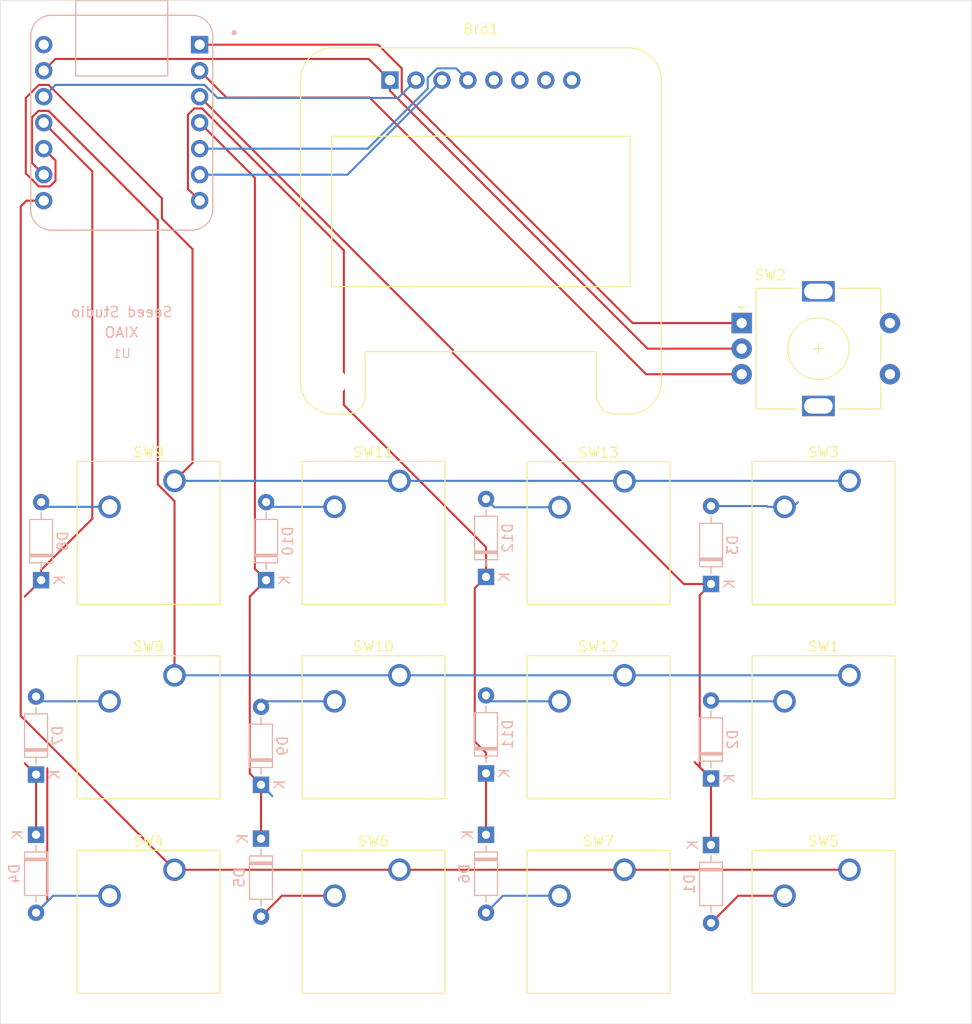
<source format=kicad_pcb>
(kicad_pcb (version 20240108) (generator "pcbnew") (generator_version "8.0")
  (layers (0 "F.Cu" signal) (31 "B.Cu" signal) (34 "B.Paste" user) (35 "F.Paste" user) (36 "B.SilkS" user "B.Silkscreen") (37 "F.SilkS" user "F.Silkscreen") (38 "B.Mask" user) (39 "F.Mask" user) (44 "Edge.Cuts" user))
  (net 0 "")
  (net 1 "Net-(U1-PA5_A9_D9_MISO)")
  (net 2 "GND")
  (net 3 "Net-(U1-PA7_A8_D8_SCK)")
  (net 4 "Net-(D1-A)")
  (net 5 "Net-(D1-K)")
  (net 6 "Net-(D2-A)")
  (net 7 "Net-(D3-A)")
  (net 8 "Net-(D4-A)")
  (net 9 "Net-(D4-K)")
  (net 10 "Net-(D10-K)")
  (net 11 "Net-(D5-A)")
  (net 12 "Net-(D11-K)")
  (net 13 "Net-(D6-A)")
  (net 14 "Net-(D7-A)")
  (net 15 "Net-(D8-A)")
  (net 16 "Net-(D9-A)")
  (net 17 "Net-(D10-A)")
  (net 18 "Net-(D11-A)")
  (net 19 "Net-(D12-A)")
  (net 20 "Net-(U1-PA4_A1_D1)")
  (net 21 "Net-(U1-PA02_A0_D0)")
  (net 22 "Net-(U1-PB09_A7_D7_RX)")
  (net 26 "Net-(Brd1-VCC)")
  (net 27 "Net-(Brd1-SCL)")
  (net 28 "Net-(Brd1-SDA)")
  (footprint "Custom:me" (layer "F.Cu") (at 204 65.5)
    (property "Reference" "G***" (hide yes))
    (property "Value" "LOGO" (hide yes))
    (fp_poly (pts (xy -5.189415 -4.915877) (xy -5.19723 -4.908062) (xy -5.205046 -4.915877) (xy -5.19723 -4.923693)) (fill solid) (layer "F.SilkS"))
    (fp_poly (pts (xy 7.283939 -4.728308) (xy 7.276123 -4.720493) (xy 7.268308 -4.728308) (xy 7.276123 -4.736123)) (fill solid) (layer "F.SilkS"))
    (fp_poly (pts (xy 14.661662 -0.195385) (xy 14.653846 -0.18757) (xy 14.646031 -0.195385) (xy 14.653846 -0.2032)) (fill solid) (layer "F.SilkS"))
  )
  (footprint "Button_Switch_Keyboard:SW_Cherry_MX_1.00u_PCB" (layer "F.Cu") (at 171.54 122.42)
    (property "Reference" "SW6" (at -2.54 -2.794 0) (layer "F.SilkS"))
    (property "Value" "SW_Push" (hide yes))
    (fp_line (start -9.525 -1.905) (end 4.445 -1.905) (stroke (width 0.12)) (layer "F.SilkS"))
    (fp_line (start -9.525 12.065) (end -9.525 -1.905) (stroke (width 0.12)) (layer "F.SilkS"))
    (fp_line (start 4.445 -1.905) (end 4.445 12.065) (stroke (width 0.12)) (layer "F.SilkS"))
    (fp_line (start 4.445 12.065) (end -9.525 12.065) (stroke (width 0.12)) (layer "F.SilkS"))
    (pad "" np_thru_hole circle (at -7.62 5.08) (size 1.7 1.7) (drill 1.7) (layers "*.Cu" "*.Mask"))
    (pad "" np_thru_hole circle (at -2.54 5.08) (size 4 4) (drill 4) (layers "*.Cu" "*.Mask"))
    (pad "" np_thru_hole circle (at 2.54 5.08) (size 1.7 1.7) (drill 1.7) (layers "*.Cu" "*.Mask"))
    (pad "1" thru_hole circle (at 0 0) (size 2.2 2.2) (drill 1.5) (layers "*.Cu" "*.Mask") (net 22 "Net-(U1-PB09_A7_D7_RX)"))
    (pad "2" thru_hole circle (at -6.35 2.54) (size 2.2 2.2) (drill 1.5) (layers "*.Cu" "*.Mask") (net 11 "Net-(D5-A)"))
  )
  (footprint "Button_Switch_Keyboard:SW_Cherry_MX_1.00u_PCB" (layer "F.Cu") (at 149.54 103.42)
    (property "Reference" "SW8" (at -2.54 -2.794 0) (layer "F.SilkS"))
    (property "Value" "SW_Push")
    (fp_line (start -9.525 -1.905) (end 4.445 -1.905) (stroke (width 0.12)) (layer "F.SilkS"))
    (fp_line (start -9.525 12.065) (end -9.525 -1.905) (stroke (width 0.12)) (layer "F.SilkS"))
    (fp_line (start 4.445 -1.905) (end 4.445 12.065) (stroke (width 0.12)) (layer "F.SilkS"))
    (fp_line (start 4.445 12.065) (end -9.525 12.065) (stroke (width 0.12)) (layer "F.SilkS"))
    (pad "" np_thru_hole circle (at -7.62 5.08) (size 1.7 1.7) (drill 1.7) (layers "*.Cu" "*.Mask"))
    (pad "" np_thru_hole circle (at -2.54 5.08) (size 4 4) (drill 4) (layers "*.Cu" "*.Mask"))
    (pad "" np_thru_hole circle (at 2.54 5.08) (size 1.7 1.7) (drill 1.7) (layers "*.Cu" "*.Mask"))
    (pad "1" thru_hole circle (at 0 0) (size 2.2 2.2) (drill 1.5) (layers "*.Cu" "*.Mask") (net 3 "Net-(U1-PA7_A8_D8_SCK)"))
    (pad "2" thru_hole circle (at -6.35 2.54) (size 2.2 2.2) (drill 1.5) (layers "*.Cu" "*.Mask") (net 14 "Net-(D7-A)"))
  )
  (footprint "Button_Switch_Keyboard:SW_Cherry_MX_1.00u_PCB" (layer "F.Cu") (at 193.54 103.42)
    (property "Reference" "SW12" (at -2.54 -2.794 0) (layer "F.SilkS"))
    (property "Value" "SW_Push")
    (fp_line (start -9.525 -1.905) (end 4.445 -1.905) (stroke (width 0.12)) (layer "F.SilkS"))
    (fp_line (start -9.525 12.065) (end -9.525 -1.905) (stroke (width 0.12)) (layer "F.SilkS"))
    (fp_line (start 4.445 -1.905) (end 4.445 12.065) (stroke (width 0.12)) (layer "F.SilkS"))
    (fp_line (start 4.445 12.065) (end -9.525 12.065) (stroke (width 0.12)) (layer "F.SilkS"))
    (pad "" np_thru_hole circle (at -7.62 5.08) (size 1.7 1.7) (drill 1.7) (layers "*.Cu" "*.Mask"))
    (pad "" np_thru_hole circle (at -2.54 5.08) (size 4 4) (drill 4) (layers "*.Cu" "*.Mask"))
    (pad "" np_thru_hole circle (at 2.54 5.08) (size 1.7 1.7) (drill 1.7) (layers "*.Cu" "*.Mask"))
    (pad "1" thru_hole circle (at 0 0) (size 2.2 2.2) (drill 1.5) (layers "*.Cu" "*.Mask") (net 3 "Net-(U1-PA7_A8_D8_SCK)"))
    (pad "2" thru_hole circle (at -6.35 2.54) (size 2.2 2.2) (drill 1.5) (layers "*.Cu" "*.Mask") (net 18 "Net-(D11-A)"))
  )
  (footprint "Button_Switch_Keyboard:SW_Cherry_MX_1.00u_PCB" (layer "F.Cu") (at 149.54 122.42)
    (property "Reference" "SW4" (at -2.54 -2.794 0) (layer "F.SilkS"))
    (property "Value" "SW_Push" (hide yes))
    (fp_line (start -9.525 -1.905) (end 4.445 -1.905) (stroke (width 0.12)) (layer "F.SilkS"))
    (fp_line (start -9.525 12.065) (end -9.525 -1.905) (stroke (width 0.12)) (layer "F.SilkS"))
    (fp_line (start 4.445 -1.905) (end 4.445 12.065) (stroke (width 0.12)) (layer "F.SilkS"))
    (fp_line (start 4.445 12.065) (end -9.525 12.065) (stroke (width 0.12)) (layer "F.SilkS"))
    (pad "" np_thru_hole circle (at -7.62 5.08) (size 1.7 1.7) (drill 1.7) (layers "*.Cu" "*.Mask"))
    (pad "" np_thru_hole circle (at -2.54 5.08) (size 4 4) (drill 4) (layers "*.Cu" "*.Mask"))
    (pad "" np_thru_hole circle (at 2.54 5.08) (size 1.7 1.7) (drill 1.7) (layers "*.Cu" "*.Mask"))
    (pad "1" thru_hole circle (at 0 0) (size 2.2 2.2) (drill 1.5) (layers "*.Cu" "*.Mask") (net 22 "Net-(U1-PB09_A7_D7_RX)"))
    (pad "2" thru_hole circle (at -6.35 2.54) (size 2.2 2.2) (drill 1.5) (layers "*.Cu" "*.Mask") (net 8 "Net-(D4-A)"))
  )
  (footprint "Button_Switch_Keyboard:SW_Cherry_MX_1.00u_PCB" (layer "F.Cu") (at 171.54 84.42)
    (property "Reference" "SW11" (at -2.54 -2.794 0) (layer "F.SilkS"))
    (property "Value" "SW_Push")
    (fp_line (start -9.525 -1.905) (end 4.445 -1.905) (stroke (width 0.12)) (layer "F.SilkS"))
    (fp_line (start -9.525 12.065) (end -9.525 -1.905) (stroke (width 0.12)) (layer "F.SilkS"))
    (fp_line (start 4.445 -1.905) (end 4.445 12.065) (stroke (width 0.12)) (layer "F.SilkS"))
    (fp_line (start 4.445 12.065) (end -9.525 12.065) (stroke (width 0.12)) (layer "F.SilkS"))
    (pad "" np_thru_hole circle (at -7.62 5.08) (size 1.7 1.7) (drill 1.7) (layers "*.Cu" "*.Mask"))
    (pad "" np_thru_hole circle (at -2.54 5.08) (size 4 4) (drill 4) (layers "*.Cu" "*.Mask"))
    (pad "" np_thru_hole circle (at 2.54 5.08) (size 1.7 1.7) (drill 1.7) (layers "*.Cu" "*.Mask"))
    (pad "1" thru_hole circle (at 0 0) (size 2.2 2.2) (drill 1.5) (layers "*.Cu" "*.Mask") (net 1 "Net-(U1-PA5_A9_D9_MISO)"))
    (pad "2" thru_hole circle (at -6.35 2.54) (size 2.2 2.2) (drill 1.5) (layers "*.Cu" "*.Mask") (net 17 "Net-(D10-A)"))
  )
  (footprint "Rotary_Encoder:RotaryEncoder_Alps_EC11E-Switch_Vertical_H20mm" (layer "F.Cu") (at 205 69)
    (property "Reference" "SW2" (at 2.8 -4.7 0) (layer "F.SilkS"))
    (property "Value" "RotaryEncoder_Switch")
    (fp_line (start -0.3 -1.6) (end 0.3 -1.6) (stroke (width 0.12)) (layer "F.SilkS"))
    (fp_line (start 0 -1.3) (end -0.3 -1.6) (stroke (width 0.12)) (layer "F.SilkS"))
    (fp_line (start 0.3 -1.6) (end 0 -1.3) (stroke (width 0.12)) (layer "F.SilkS"))
    (fp_line (start 1.4 -3.4) (end 1.4 8.4) (stroke (width 0.12)) (layer "F.SilkS"))
    (fp_line (start 5.5 -3.4) (end 1.4 -3.4) (stroke (width 0.12)) (layer "F.SilkS"))
    (fp_line (start 5.5 8.4) (end 1.4 8.4) (stroke (width 0.12)) (layer "F.SilkS"))
    (fp_line (start 7 2.5) (end 8 2.5) (stroke (width 0.12)) (layer "F.SilkS"))
    (fp_line (start 7.5 2) (end 7.5 3) (stroke (width 0.12)) (layer "F.SilkS"))
    (fp_line (start 9.5 -3.4) (end 13.6 -3.4) (stroke (width 0.12)) (layer "F.SilkS"))
    (fp_line (start 13.6 -3.4) (end 13.6 -1) (stroke (width 0.12)) (layer "F.SilkS"))
    (fp_line (start 13.6 1.2) (end 13.6 3.8) (stroke (width 0.12)) (layer "F.SilkS"))
    (fp_line (start 13.6 6) (end 13.6 8.4) (stroke (width 0.12)) (layer "F.SilkS"))
    (fp_line (start 13.6 8.4) (end 9.5 8.4) (stroke (width 0.12)) (layer "F.SilkS"))
    (fp_circle (center 7.5 2.5) (end 10.5 2.5) (stroke (width 0.12)) (fill none) (layer "F.SilkS"))
    (pad "A" thru_hole rect (at 0 0) (size 2 2) (drill 1) (layers "*.Cu" "*.Mask") (net 21 "Net-(U1-PA02_A0_D0)"))
    (pad "B" thru_hole circle (at 0 5) (size 2 2) (drill 1) (layers "*.Cu" "*.Mask") (net 20 "Net-(U1-PA4_A1_D1)"))
    (pad "C" thru_hole circle (at 0 2.5) (size 2 2) (drill 1) (layers "*.Cu" "*.Mask") (net 2 "GND"))
    (pad "MP" thru_hole rect (at 7.5 -3.1) (size 3.2 2) (drill oval 2.8 1.5) (layers "*.Cu" "*.Mask"))
    (pad "MP" thru_hole rect (at 7.5 8.1) (size 3.2 2) (drill oval 2.8 1.5) (layers "*.Cu" "*.Mask"))
    (pad "S1" thru_hole circle (at 14.5 5) (size 2 2) (drill 1) (layers "*.Cu" "*.Mask"))
    (pad "S2" thru_hole circle (at 14.5 0) (size 2 2) (drill 1) (layers "*.Cu" "*.Mask"))
  )
  (footprint "Button_Switch_Keyboard:SW_Cherry_MX_1.00u_PCB" (layer "F.Cu") (at 215.54 84.42)
    (property "Reference" "SW3" (at -2.54 -2.794 0) (layer "F.SilkS"))
    (property "Value" "SW_Push")
    (fp_line (start -9.525 -1.905) (end 4.445 -1.905) (stroke (width 0.12)) (layer "F.SilkS"))
    (fp_line (start -9.525 12.065) (end -9.525 -1.905) (stroke (width 0.12)) (layer "F.SilkS"))
    (fp_line (start 4.445 -1.905) (end 4.445 12.065) (stroke (width 0.12)) (layer "F.SilkS"))
    (fp_line (start 4.445 12.065) (end -9.525 12.065) (stroke (width 0.12)) (layer "F.SilkS"))
    (pad "" np_thru_hole circle (at -7.62 5.08) (size 1.7 1.7) (drill 1.7) (layers "*.Cu" "*.Mask"))
    (pad "" np_thru_hole circle (at -2.54 5.08) (size 4 4) (drill 4) (layers "*.Cu" "*.Mask"))
    (pad "" np_thru_hole circle (at 2.54 5.08) (size 1.7 1.7) (drill 1.7) (layers "*.Cu" "*.Mask"))
    (pad "1" thru_hole circle (at 0 0) (size 2.2 2.2) (drill 1.5) (layers "*.Cu" "*.Mask") (net 1 "Net-(U1-PA5_A9_D9_MISO)"))
    (pad "2" thru_hole circle (at -6.35 2.54) (size 2.2 2.2) (drill 1.5) (layers "*.Cu" "*.Mask") (net 7 "Net-(D3-A)"))
  )
  (footprint "Display:Adafruit_SSD1306" (layer "F.Cu") (at 170.61 45.265)
    (property "Reference" "Brd1" (at 8.89 -5 0) (layer "F.SilkS"))
    (property "Value" "SSD1306")
    (fp_line (start -8.746 0) (end -8.746 29.464) (stroke (width 0.12)) (layer "F.SilkS"))
    (fp_line (start -5.698 5.478) (end -5.698 20.176) (stroke (width 0.12)) (layer "F.SilkS"))
    (fp_line (start -5.698 5.478) (end 23.478 5.478) (stroke (width 0.12)) (layer "F.SilkS"))
    (fp_line (start -5.698 20.176) (end 23.478 20.176) (stroke (width 0.12)) (layer "F.SilkS"))
    (fp_line (start -4.238 32.622) (end -5.59 32.622) (stroke (width 0.12)) (layer "F.SilkS"))
    (fp_line (start -2.43 26.526) (end -2.43 30.814) (stroke (width 0.12)) (layer "F.SilkS"))
    (fp_line (start -2.43 26.526) (end 20.21 26.526) (stroke (width 0.12)) (layer "F.SilkS"))
    (fp_line (start 20.21 26.526) (end 20.21 30.814) (stroke (width 0.12)) (layer "F.SilkS"))
    (fp_line (start 22.018 32.622) (end 23.37 32.622) (stroke (width 0.12)) (layer "F.SilkS"))
    (fp_line (start 23.368 -3.158) (end -5.588 -3.158) (stroke (width 0.12)) (layer "F.SilkS"))
    (fp_line (start 23.478 5.478) (end 23.478 20.176) (stroke (width 0.12)) (layer "F.SilkS"))
    (fp_line (start 26.526 0) (end 26.526 29.464) (stroke (width 0.12)) (layer "F.SilkS"))
    (fp_arc (start -8.746 0) (mid -7.821043 -2.233043) (end -5.588 -3.158) (stroke (width 0.12)) (layer "F.SilkS"))
    (fp_arc (start -5.588 32.622) (mid -7.821043 31.697043) (end -8.746 29.464) (stroke (width 0.12)) (layer "F.SilkS"))
    (fp_arc (start -2.43 30.812) (mid -2.958137 32.091035) (end -4.236 32.622) (stroke (width 0.12)) (layer "F.SilkS"))
    (fp_arc (start 22.016 32.622) (mid 20.738137 32.091035) (end 20.21 30.812) (stroke (width 0.12)) (layer "F.SilkS"))
    (fp_arc (start 23.368 -3.158) (mid 25.601043 -2.233043) (end 26.526 0) (stroke (width 0.12)) (layer "F.SilkS"))
    (fp_arc (start 26.526 29.464) (mid 25.601043 31.697043) (end 23.368 32.622) (stroke (width 0.12)) (layer "F.SilkS"))
    (pad "" np_thru_hole circle (at -5.588 0) (size 2.7 2.7) (drill 2.7) (layers "*.Cu" "*.Mask"))
    (pad "" np_thru_hole circle (at -5.588 29.464) (size 2.7 2.7) (drill 2.7) (layers "*.Cu" "*.Mask"))
    (pad "" np_thru_hole circle (at 23.368 0) (size 2.7 2.7) (drill 2.7) (layers "*.Cu" "*.Mask"))
    (pad "" np_thru_hole circle (at 23.368 29.464) (size 2.7 2.7) (drill 2.7) (layers "*.Cu" "*.Mask"))
    (pad "1" thru_hole rect (at 0 0) (size 1.7 1.7) (drill 1) (layers "*.Cu" "*.Mask") (net 2 "GND"))
    (pad "2" thru_hole circle (at 2.54 0) (size 1.7 1.7) (drill 1) (layers "*.Cu" "*.Mask") (net 26 "Net-(Brd1-VCC)"))
    (pad "3" thru_hole circle (at 5.08 0) (size 1.7 1.7) (drill 1) (layers "*.Cu" "*.Mask") (net 27 "Net-(Brd1-SCL)"))
    (pad "4" thru_hole circle (at 7.62 0) (size 1.7 1.7) (drill 1) (layers "*.Cu" "*.Mask") (net 28 "Net-(Brd1-SDA)"))
    (pad "5" thru_hole circle (at 10.16 0) (size 1.7 1.7) (drill 1) (layers "*.Cu" "*.Mask"))
    (pad "6" thru_hole circle (at 12.7 0) (size 1.7 1.7) (drill 1) (layers "*.Cu" "*.Mask"))
    (pad "7" thru_hole circle (at 15.24 0) (size 1.7 1.7) (drill 1) (layers "*.Cu" "*.Mask"))
    (pad "8" thru_hole circle (at 17.78 0) (size 1.7 1.7) (drill 1) (layers "*.Cu" "*.Mask"))
  )
  (footprint "Button_Switch_Keyboard:SW_Cherry_MX_1.00u_PCB" (layer "F.Cu") (at 149.54 84.42)
    (property "Reference" "SW9" (at -2.54 -2.794 0) (layer "F.SilkS"))
    (property "Value" "SW_Push")
    (fp_line (start -9.525 -1.905) (end 4.445 -1.905) (stroke (width 0.12)) (layer "F.SilkS"))
    (fp_line (start -9.525 12.065) (end -9.525 -1.905) (stroke (width 0.12)) (layer "F.SilkS"))
    (fp_line (start 4.445 -1.905) (end 4.445 12.065) (stroke (width 0.12)) (layer "F.SilkS"))
    (fp_line (start 4.445 12.065) (end -9.525 12.065) (stroke (width 0.12)) (layer "F.SilkS"))
    (pad "" np_thru_hole circle (at -7.62 5.08) (size 1.7 1.7) (drill 1.7) (layers "*.Cu" "*.Mask"))
    (pad "" np_thru_hole circle (at -2.54 5.08) (size 4 4) (drill 4) (layers "*.Cu" "*.Mask"))
    (pad "" np_thru_hole circle (at 2.54 5.08) (size 1.7 1.7) (drill 1.7) (layers "*.Cu" "*.Mask"))
    (pad "1" thru_hole circle (at 0 0) (size 2.2 2.2) (drill 1.5) (layers "*.Cu" "*.Mask") (net 1 "Net-(U1-PA5_A9_D9_MISO)"))
    (pad "2" thru_hole circle (at -6.35 2.54) (size 2.2 2.2) (drill 1.5) (layers "*.Cu" "*.Mask") (net 15 "Net-(D8-A)"))
  )
  (footprint "Button_Switch_Keyboard:SW_Cherry_MX_1.00u_PCB" (layer "F.Cu") (at 215.54 122.42)
    (property "Reference" "SW5" (at -2.54 -2.794 0) (layer "F.SilkS"))
    (property "Value" "SW_Push")
    (fp_line (start -9.525 -1.905) (end 4.445 -1.905) (stroke (width 0.12)) (layer "F.SilkS"))
    (fp_line (start -9.525 12.065) (end -9.525 -1.905) (stroke (width 0.12)) (layer "F.SilkS"))
    (fp_line (start 4.445 -1.905) (end 4.445 12.065) (stroke (width 0.12)) (layer "F.SilkS"))
    (fp_line (start 4.445 12.065) (end -9.525 12.065) (stroke (width 0.12)) (layer "F.SilkS"))
    (pad "" np_thru_hole circle (at -7.62 5.08) (size 1.7 1.7) (drill 1.7) (layers "*.Cu" "*.Mask"))
    (pad "" np_thru_hole circle (at -2.54 5.08) (size 4 4) (drill 4) (layers "*.Cu" "*.Mask"))
    (pad "" np_thru_hole circle (at 2.54 5.08) (size 1.7 1.7) (drill 1.7) (layers "*.Cu" "*.Mask"))
    (pad "1" thru_hole circle (at 0 0) (size 2.2 2.2) (drill 1.5) (layers "*.Cu" "*.Mask") (net 22 "Net-(U1-PB09_A7_D7_RX)"))
    (pad "2" thru_hole circle (at -6.35 2.54) (size 2.2 2.2) (drill 1.5) (layers "*.Cu" "*.Mask") (net 4 "Net-(D1-A)"))
  )
  (footprint "Button_Switch_Keyboard:SW_Cherry_MX_1.00u_PCB" (layer "F.Cu") (at 193.54 122.42)
    (property "Reference" "SW7" (at -2.54 -2.794 0) (layer "F.SilkS"))
    (property "Value" "SW_Push")
    (fp_line (start -9.525 -1.905) (end 4.445 -1.905) (stroke (width 0.12)) (layer "F.SilkS"))
    (fp_line (start -9.525 12.065) (end -9.525 -1.905) (stroke (width 0.12)) (layer "F.SilkS"))
    (fp_line (start 4.445 -1.905) (end 4.445 12.065) (stroke (width 0.12)) (layer "F.SilkS"))
    (fp_line (start 4.445 12.065) (end -9.525 12.065) (stroke (width 0.12)) (layer "F.SilkS"))
    (pad "" np_thru_hole circle (at -7.62 5.08) (size 1.7 1.7) (drill 1.7) (layers "*.Cu" "*.Mask"))
    (pad "" np_thru_hole circle (at -2.54 5.08) (size 4 4) (drill 4) (layers "*.Cu" "*.Mask"))
    (pad "" np_thru_hole circle (at 2.54 5.08) (size 1.7 1.7) (drill 1.7) (layers "*.Cu" "*.Mask"))
    (pad "1" thru_hole circle (at 0 0) (size 2.2 2.2) (drill 1.5) (layers "*.Cu" "*.Mask") (net 22 "Net-(U1-PB09_A7_D7_RX)"))
    (pad "2" thru_hole circle (at -6.35 2.54) (size 2.2 2.2) (drill 1.5) (layers "*.Cu" "*.Mask") (net 13 "Net-(D6-A)"))
  )
  (footprint "Button_Switch_Keyboard:SW_Cherry_MX_1.00u_PCB" (layer "F.Cu") (at 215.54 103.42)
    (property "Reference" "SW1" (at -2.54 -2.794 0) (layer "F.SilkS"))
    (property "Value" "SW_Push")
    (fp_line (start -9.525 -1.905) (end 4.445 -1.905) (stroke (width 0.12)) (layer "F.SilkS"))
    (fp_line (start -9.525 12.065) (end -9.525 -1.905) (stroke (width 0.12)) (layer "F.SilkS"))
    (fp_line (start 4.445 -1.905) (end 4.445 12.065) (stroke (width 0.12)) (layer "F.SilkS"))
    (fp_line (start 4.445 12.065) (end -9.525 12.065) (stroke (width 0.12)) (layer "F.SilkS"))
    (pad "" np_thru_hole circle (at -7.62 5.08) (size 1.7 1.7) (drill 1.7) (layers "*.Cu" "*.Mask"))
    (pad "" np_thru_hole circle (at -2.54 5.08) (size 4 4) (drill 4) (layers "*.Cu" "*.Mask"))
    (pad "" np_thru_hole circle (at 2.54 5.08) (size 1.7 1.7) (drill 1.7) (layers "*.Cu" "*.Mask"))
    (pad "1" thru_hole circle (at 0 0) (size 2.2 2.2) (drill 1.5) (layers "*.Cu" "*.Mask") (net 3 "Net-(U1-PA7_A8_D8_SCK)"))
    (pad "2" thru_hole circle (at -6.35 2.54) (size 2.2 2.2) (drill 1.5) (layers "*.Cu" "*.Mask") (net 6 "Net-(D2-A)"))
  )
  (footprint "Button_Switch_Keyboard:SW_Cherry_MX_1.00u_PCB" (layer "F.Cu") (at 193.54 84.46)
    (property "Reference" "SW13" (at -2.54 -2.794 0) (layer "F.SilkS"))
    (property "Value" "SW_Push")
    (fp_line (start -9.525 -1.905) (end 4.445 -1.905) (stroke (width 0.12)) (layer "F.SilkS"))
    (fp_line (start -9.525 12.065) (end -9.525 -1.905) (stroke (width 0.12)) (layer "F.SilkS"))
    (fp_line (start 4.445 -1.905) (end 4.445 12.065) (stroke (width 0.12)) (layer "F.SilkS"))
    (fp_line (start 4.445 12.065) (end -9.525 12.065) (stroke (width 0.12)) (layer "F.SilkS"))
    (pad "" np_thru_hole circle (at -7.62 5.08) (size 1.7 1.7) (drill 1.7) (layers "*.Cu" "*.Mask"))
    (pad "" np_thru_hole circle (at -2.54 5.08) (size 4 4) (drill 4) (layers "*.Cu" "*.Mask"))
    (pad "" np_thru_hole circle (at 2.54 5.08) (size 1.7 1.7) (drill 1.7) (layers "*.Cu" "*.Mask"))
    (pad "1" thru_hole circle (at 0 0) (size 2.2 2.2) (drill 1.5) (layers "*.Cu" "*.Mask") (net 1 "Net-(U1-PA5_A9_D9_MISO)"))
    (pad "2" thru_hole circle (at -6.35 2.54) (size 2.2 2.2) (drill 1.5) (layers "*.Cu" "*.Mask") (net 19 "Net-(D12-A)"))
  )
  (footprint "Button_Switch_Keyboard:SW_Cherry_MX_1.00u_PCB" (layer "F.Cu") (at 171.54 103.42)
    (property "Reference" "SW10" (at -2.54 -2.794 0) (layer "F.SilkS"))
    (property "Value" "SW_Push")
    (fp_line (start -9.525 -1.905) (end 4.445 -1.905) (stroke (width 0.12)) (layer "F.SilkS"))
    (fp_line (start -9.525 12.065) (end -9.525 -1.905) (stroke (width 0.12)) (layer "F.SilkS"))
    (fp_line (start 4.445 -1.905) (end 4.445 12.065) (stroke (width 0.12)) (layer "F.SilkS"))
    (fp_line (start 4.445 12.065) (end -9.525 12.065) (stroke (width 0.12)) (layer "F.SilkS"))
    (pad "" np_thru_hole circle (at -7.62 5.08) (size 1.7 1.7) (drill 1.7) (layers "*.Cu" "*.Mask"))
    (pad "" np_thru_hole circle (at -2.54 5.08) (size 4 4) (drill 4) (layers "*.Cu" "*.Mask"))
    (pad "" np_thru_hole circle (at 2.54 5.08) (size 1.7 1.7) (drill 1.7) (layers "*.Cu" "*.Mask"))
    (pad "1" thru_hole circle (at 0 0) (size 2.2 2.2) (drill 1.5) (layers "*.Cu" "*.Mask") (net 3 "Net-(U1-PA7_A8_D8_SCK)"))
    (pad "2" thru_hole circle (at -6.35 2.54) (size 2.2 2.2) (drill 1.5) (layers "*.Cu" "*.Mask") (net 16 "Net-(D9-A)"))
  )
  (footprint "Diode_THT:D_DO-35_SOD27_P7.62mm_Horizontal" (layer "B.Cu") (at 136 119 -90)
    (property "Reference" "D4" (at 3.81 2.12 90) (layer "B.SilkS") (effects (justify mirror)))
    (property "Value" "1N4148")
    (fp_line (start 1.69 1.12) (end 5.93 1.12) (stroke (width 0.12)) (layer "B.SilkS"))
    (fp_line (start 5.93 1.12) (end 5.93 -1.12) (stroke (width 0.12)) (layer "B.SilkS"))
    (fp_line (start 1.69 0) (end 1.04 0) (stroke (width 0.12)) (layer "B.SilkS"))
    (fp_line (start 5.93 0) (end 6.58 0) (stroke (width 0.12)) (layer "B.SilkS"))
    (fp_line (start 1.69 -1.12) (end 1.69 1.12) (stroke (width 0.12)) (layer "B.SilkS"))
    (fp_line (start 2.29 -1.12) (end 2.29 1.12) (stroke (width 0.12)) (layer "B.SilkS"))
    (fp_line (start 2.41 -1.12) (end 2.41 1.12) (stroke (width 0.12)) (layer "B.SilkS"))
    (fp_line (start 2.53 -1.12) (end 2.53 1.12) (stroke (width 0.12)) (layer "B.SilkS"))
    (fp_line (start 5.93 -1.12) (end 1.69 -1.12) (stroke (width 0.12)) (layer "B.SilkS"))
    (fp_text user "K" (at 0 1.8 90) (layer "B.SilkS") (effects (justify mirror)))
    (pad "1" thru_hole rect (at 0 0 270) (size 1.6 1.6) (drill 0.8) (layers "*.Cu" "*.Mask") (net 9 "Net-(D4-K)"))
    (pad "2" thru_hole oval (at 7.62 0 270) (size 1.6 1.6) (drill 0.8) (layers "*.Cu" "*.Mask") (net 8 "Net-(D4-A)"))
  )
  (footprint "OPL_Kicad_Library-master:XIAO-Generic-Thruhole-14P-2.54-21X17.8MM" (layer "B.Cu") (at 144.375 49.42 180)
    (property "Reference" "U1" (at 0 -22.54 0) (layer "B.SilkS") (effects (font (size 0.889 0.889) (thickness 0.1016)) (justify mirror)))
    (property "Value" "Seeed Studio XIAO SAMD21" (hide yes))
    (fp_line (start 8.9 8.5) (end 8.9 -8.5) (stroke (width 0.127)) (layer "B.SilkS"))
    (fp_line (start 6.9 -10.5) (end -6.9 -10.5) (stroke (width 0.127)) (layer "B.SilkS"))
    (fp_line (start 4.5 11.92403) (end -4.5 11.92403) (stroke (width 0.127)) (layer "B.SilkS"))
    (fp_line (start 4.5 4.57073) (end 4.5 11.92403) (stroke (width 0.127)) (layer "B.SilkS"))
    (fp_line (start -4.5 11.92403) (end -4.5 4.57073) (stroke (width 0.127)) (layer "B.SilkS"))
    (fp_line (start -4.5 4.57073) (end 4.5 4.57073) (stroke (width 0.127)) (layer "B.SilkS"))
    (fp_line (start -6.9 10.49909) (end 6.9 10.49909) (stroke (width 0.127)) (layer "B.SilkS"))
    (fp_line (start -8.9 -8.5) (end -8.9 8.5) (stroke (width 0.127)) (layer "B.SilkS"))
    (fp_arc (start 8.9 8.5) (mid 8.301492 9.901492) (end 6.9 10.5) (stroke (width 0.12)) (layer "B.SilkS"))
    (fp_arc (start 6.9 -10.5) (mid 8.314214 -9.914214) (end 8.9 -8.5) (stroke (width 0.12)) (layer "B.SilkS"))
    (fp_arc (start -6.9 10.5) (mid -8.301491 9.901491) (end -8.9 8.5) (stroke (width 0.12)) (layer "B.SilkS"))
    (fp_arc (start -8.9 -8.5) (mid -8.301423 -9.901423) (end -6.9 -10.5) (stroke (width 0.12)) (layer "B.SilkS"))
    (fp_circle (center -11 8.8) (end -11 9.054) (fill solid) (layer "B.SilkS"))
    (fp_poly (pts (xy -8.887715 8.561705) (xy -8.884667 8.610473) (xy -8.880603 8.659494)) (stroke (width 0.0254)) (fill none) (layer "B.SilkS"))
    (fp_poly (pts (xy 8.889492 -8.521574) (xy 8.887713 -8.57085) (xy 8.884665 -8.619618) (xy 8.880601 -8.668639) (xy 8.875268 -8.717407) (xy 8.868664 -8.766175) (xy 8.861044 -8.81469) (xy 8.852153 -8.86295) (xy 8.842248 -8.910955)) (stroke (width 0.0254)) (fill none) (layer "B.SilkS"))
    (fp_text user "Seeed Studio" (at 0 -18.5 0) (layer "B.SilkS") (effects (justify mirror)))
    (fp_text user "XIAO" (at 0 -20.5 0) (layer "B.SilkS") (effects (justify mirror)))
    (pad "1" thru_hole rect (at -7.625 7.62 180) (size 1.7 1.7) (drill 1) (layers "*.Cu" "*.Mask") (net 21 "Net-(U1-PA02_A0_D0)"))
    (pad "2" thru_hole circle (at -7.625 5.08 180) (size 1.7 1.7) (drill 1) (layers "*.Cu" "*.Mask") (net 20 "Net-(U1-PA4_A1_D1)"))
    (pad "3" thru_hole circle (at -7.625 2.54 180) (size 1.7 1.7) (drill 1) (layers "*.Cu" "*.Mask") (net 5 "Net-(D1-K)"))
    (pad "4" thru_hole circle (at -7.625 0 180) (size 1.7 1.7) (drill 1) (layers "*.Cu" "*.Mask") (net 10 "Net-(D10-K)"))
    (pad "5" thru_hole circle (at -7.625 -2.54 180) (size 1.7 1.7) (drill 1) (layers "*.Cu" "*.Mask") (net 28 "Net-(Brd1-SDA)"))
    (pad "6" thru_hole circle (at -7.625 -5.08) (size 1.7 1.7) (drill 1) (layers "*.Cu" "*.Mask") (net 27 "Net-(Brd1-SCL)"))
    (pad "7" thru_hole circle (at -7.625 -7.62 180) (size 1.7 1.7) (drill 1) (layers "*.Cu" "*.Mask") (net 12 "Net-(D11-K)"))
    (pad "8" thru_hole circle (at 7.625 -7.62 180) (size 1.7 1.7) (drill 1) (layers "*.Cu" "*.Mask") (net 22 "Net-(U1-PB09_A7_D7_RX)"))
    (pad "9" thru_hole circle (at 7.625 -5.08 180) (size 1.7 1.7) (drill 1) (layers "*.Cu" "*.Mask") (net 3 "Net-(U1-PA7_A8_D8_SCK)"))
    (pad "10" thru_hole circle (at 7.625 -2.54 180) (size 1.7 1.7) (drill 1) (layers "*.Cu" "*.Mask") (net 1 "Net-(U1-PA5_A9_D9_MISO)"))
    (pad "11" thru_hole circle (at 7.625 0 180) (size 1.7 1.7) (drill 1) (layers "*.Cu" "*.Mask") (net 9 "Net-(D4-K)"))
    (pad "12" thru_hole circle (at 7.625 2.54 180) (size 1.7 1.7) (drill 1) (layers "*.Cu" "*.Mask") (net 26 "Net-(Brd1-VCC)"))
    (pad "13" thru_hole circle (at 7.625 5.08 180) (size 1.7 1.7) (drill 1) (layers "*.Cu" "*.Mask") (net 2 "GND"))
    (pad "14" thru_hole circle (at 7.625 7.62 180) (size 1.7 1.7) (drill 1) (layers "*.Cu" "*.Mask"))
  )
  (footprint "Diode_THT:D_DO-35_SOD27_P7.62mm_Horizontal" (layer "B.Cu") (at 202 94.5 90)
    (property "Reference" "D3" (at 3.81 2.12 90) (layer "B.SilkS") (effects (justify mirror)))
    (property "Value" "1N4148")
    (fp_line (start 5.93 -1.12) (end 1.69 -1.12) (stroke (width 0.12)) (layer "B.SilkS"))
    (fp_line (start 2.53 -1.12) (end 2.53 1.12) (stroke (width 0.12)) (layer "B.SilkS"))
    (fp_line (start 2.41 -1.12) (end 2.41 1.12) (stroke (width 0.12)) (layer "B.SilkS"))
    (fp_line (start 2.29 -1.12) (end 2.29 1.12) (stroke (width 0.12)) (layer "B.SilkS"))
    (fp_line (start 1.69 -1.12) (end 1.69 1.12) (stroke (width 0.12)) (layer "B.SilkS"))
    (fp_line (start 5.93 0) (end 6.58 0) (stroke (width 0.12)) (layer "B.SilkS"))
    (fp_line (start 1.69 0) (end 1.04 0) (stroke (width 0.12)) (layer "B.SilkS"))
    (fp_line (start 5.93 1.12) (end 5.93 -1.12) (stroke (width 0.12)) (layer "B.SilkS"))
    (fp_line (start 1.69 1.12) (end 5.93 1.12) (stroke (width 0.12)) (layer "B.SilkS"))
    (fp_text user "K" (at 0 1.8 90) (layer "B.SilkS") (effects (justify mirror)))
    (pad "1" thru_hole rect (at 0 0 90) (size 1.6 1.6) (drill 0.8) (layers "*.Cu" "*.Mask") (net 5 "Net-(D1-K)"))
    (pad "2" thru_hole oval (at 7.62 0 90) (size 1.6 1.6) (drill 0.8) (layers "*.Cu" "*.Mask") (net 7 "Net-(D3-A)"))
  )
  (footprint "Diode_THT:D_DO-35_SOD27_P7.62mm_Horizontal" (layer "B.Cu") (at 180 93.81 90)
    (property "Reference" "D12" (at 3.81 2.12 90) (layer "B.SilkS") (effects (justify mirror)))
    (property "Value" "1N4148")
    (fp_line (start 5.93 -1.12) (end 1.69 -1.12) (stroke (width 0.12)) (layer "B.SilkS"))
    (fp_line (start 2.53 -1.12) (end 2.53 1.12) (stroke (width 0.12)) (layer "B.SilkS"))
    (fp_line (start 2.41 -1.12) (end 2.41 1.12) (stroke (width 0.12)) (layer "B.SilkS"))
    (fp_line (start 2.29 -1.12) (end 2.29 1.12) (stroke (width 0.12)) (layer "B.SilkS"))
    (fp_line (start 1.69 -1.12) (end 1.69 1.12) (stroke (width 0.12)) (layer "B.SilkS"))
    (fp_line (start 5.93 0) (end 6.58 0) (stroke (width 0.12)) (layer "B.SilkS"))
    (fp_line (start 1.69 0) (end 1.04 0) (stroke (width 0.12)) (layer "B.SilkS"))
    (fp_line (start 5.93 1.12) (end 5.93 -1.12) (stroke (width 0.12)) (layer "B.SilkS"))
    (fp_line (start 1.69 1.12) (end 5.93 1.12) (stroke (width 0.12)) (layer "B.SilkS"))
    (fp_text user "K" (at 0 1.8 90) (layer "B.SilkS") (effects (justify mirror)))
    (pad "1" thru_hole rect (at 0 0 90) (size 1.6 1.6) (drill 0.8) (layers "*.Cu" "*.Mask") (net 12 "Net-(D11-K)"))
    (pad "2" thru_hole oval (at 7.62 0 90) (size 1.6 1.6) (drill 0.8) (layers "*.Cu" "*.Mask") (net 19 "Net-(D12-A)"))
  )
  (footprint "Diode_THT:D_DO-35_SOD27_P7.62mm_Horizontal" (layer "B.Cu") (at 136 113.12 90)
    (property "Reference" "D7" (at 3.81 2.12 90) (layer "B.SilkS") (effects (justify mirror)))
    (property "Value" "1N4148")
    (fp_line (start 5.93 -1.12) (end 1.69 -1.12) (stroke (width 0.12)) (layer "B.SilkS"))
    (fp_line (start 2.53 -1.12) (end 2.53 1.12) (stroke (width 0.12)) (layer "B.SilkS"))
    (fp_line (start 2.41 -1.12) (end 2.41 1.12) (stroke (width 0.12)) (layer "B.SilkS"))
    (fp_line (start 2.29 -1.12) (end 2.29 1.12) (stroke (width 0.12)) (layer "B.SilkS"))
    (fp_line (start 1.69 -1.12) (end 1.69 1.12) (stroke (width 0.12)) (layer "B.SilkS"))
    (fp_line (start 5.93 0) (end 6.58 0) (stroke (width 0.12)) (layer "B.SilkS"))
    (fp_line (start 1.69 0) (end 1.04 0) (stroke (width 0.12)) (layer "B.SilkS"))
    (fp_line (start 5.93 1.12) (end 5.93 -1.12) (stroke (width 0.12)) (layer "B.SilkS"))
    (fp_line (start 1.69 1.12) (end 5.93 1.12) (stroke (width 0.12)) (layer "B.SilkS"))
    (fp_text user "K" (at 0 1.8 90) (layer "B.SilkS") (effects (justify mirror)))
    (pad "1" thru_hole rect (at 0 0 90) (size 1.6 1.6) (drill 0.8) (layers "*.Cu" "*.Mask") (net 9 "Net-(D4-K)"))
    (pad "2" thru_hole oval (at 7.62 0 90) (size 1.6 1.6) (drill 0.8) (layers "*.Cu" "*.Mask") (net 14 "Net-(D7-A)"))
  )
  (footprint "Diode_THT:D_DO-35_SOD27_P7.62mm_Horizontal" (layer "B.Cu") (at 202 113.5 90)
    (property "Reference" "D2" (at 3.81 2.12 90) (layer "B.SilkS") (effects (justify mirror)))
    (property "Value" "1N4148")
    (fp_line (start 5.93 -1.12) (end 1.69 -1.12) (stroke (width 0.12)) (layer "B.SilkS"))
    (fp_line (start 2.53 -1.12) (end 2.53 1.12) (stroke (width 0.12)) (layer "B.SilkS"))
    (fp_line (start 2.41 -1.12) (end 2.41 1.12) (stroke (width 0.12)) (layer "B.SilkS"))
    (fp_line (start 2.29 -1.12) (end 2.29 1.12) (stroke (width 0.12)) (layer "B.SilkS"))
    (fp_line (start 1.69 -1.12) (end 1.69 1.12) (stroke (width 0.12)) (layer "B.SilkS"))
    (fp_line (start 5.93 0) (end 6.58 0) (stroke (width 0.12)) (layer "B.SilkS"))
    (fp_line (start 1.69 0) (end 1.04 0) (stroke (width 0.12)) (layer "B.SilkS"))
    (fp_line (start 5.93 1.12) (end 5.93 -1.12) (stroke (width 0.12)) (layer "B.SilkS"))
    (fp_line (start 1.69 1.12) (end 5.93 1.12) (stroke (width 0.12)) (layer "B.SilkS"))
    (fp_text user "K" (at 0 1.8 90) (layer "B.SilkS") (effects (justify mirror)))
    (pad "1" thru_hole rect (at 0 0 90) (size 1.6 1.6) (drill 0.8) (layers "*.Cu" "*.Mask") (net 5 "Net-(D1-K)"))
    (pad "2" thru_hole oval (at 7.62 0 90) (size 1.6 1.6) (drill 0.8) (layers "*.Cu" "*.Mask") (net 6 "Net-(D2-A)"))
  )
  (footprint "Diode_THT:D_DO-35_SOD27_P7.62mm_Horizontal" (layer "B.Cu") (at 136.5 94.12 90)
    (property "Reference" "D8" (at 3.81 2.12 90) (layer "B.SilkS") (effects (justify mirror)))
    (property "Value" "1N4148")
    (fp_line (start 5.93 -1.12) (end 1.69 -1.12) (stroke (width 0.12)) (layer "B.SilkS"))
    (fp_line (start 2.53 -1.12) (end 2.53 1.12) (stroke (width 0.12)) (layer "B.SilkS"))
    (fp_line (start 2.41 -1.12) (end 2.41 1.12) (stroke (width 0.12)) (layer "B.SilkS"))
    (fp_line (start 2.29 -1.12) (end 2.29 1.12) (stroke (width 0.12)) (layer "B.SilkS"))
    (fp_line (start 1.69 -1.12) (end 1.69 1.12) (stroke (width 0.12)) (layer "B.SilkS"))
    (fp_line (start 5.93 0) (end 6.58 0) (stroke (width 0.12)) (layer "B.SilkS"))
    (fp_line (start 1.69 0) (end 1.04 0) (stroke (width 0.12)) (layer "B.SilkS"))
    (fp_line (start 5.93 1.12) (end 5.93 -1.12) (stroke (width 0.12)) (layer "B.SilkS"))
    (fp_line (start 1.69 1.12) (end 5.93 1.12) (stroke (width 0.12)) (layer "B.SilkS"))
    (fp_text user "K" (at 0 1.8 90) (layer "B.SilkS") (effects (justify mirror)))
    (pad "1" thru_hole rect (at 0 0 90) (size 1.6 1.6) (drill 0.8) (layers "*.Cu" "*.Mask") (net 9 "Net-(D4-K)"))
    (pad "2" thru_hole oval (at 7.62 0 90) (size 1.6 1.6) (drill 0.8) (layers "*.Cu" "*.Mask") (net 15 "Net-(D8-A)"))
  )
  (footprint "Diode_THT:D_DO-35_SOD27_P7.62mm_Horizontal" (layer "B.Cu") (at 180 113 90)
    (property "Reference" "D11" (at 3.81 2.12 90) (layer "B.SilkS") (effects (justify mirror)))
    (property "Value" "1N4148")
    (fp_line (start 5.93 -1.12) (end 1.69 -1.12) (stroke (width 0.12)) (layer "B.SilkS"))
    (fp_line (start 2.53 -1.12) (end 2.53 1.12) (stroke (width 0.12)) (layer "B.SilkS"))
    (fp_line (start 2.41 -1.12) (end 2.41 1.12) (stroke (width 0.12)) (layer "B.SilkS"))
    (fp_line (start 2.29 -1.12) (end 2.29 1.12) (stroke (width 0.12)) (layer "B.SilkS"))
    (fp_line (start 1.69 -1.12) (end 1.69 1.12) (stroke (width 0.12)) (layer "B.SilkS"))
    (fp_line (start 5.93 0) (end 6.58 0) (stroke (width 0.12)) (layer "B.SilkS"))
    (fp_line (start 1.69 0) (end 1.04 0) (stroke (width 0.12)) (layer "B.SilkS"))
    (fp_line (start 5.93 1.12) (end 5.93 -1.12) (stroke (width 0.12)) (layer "B.SilkS"))
    (fp_line (start 1.69 1.12) (end 5.93 1.12) (stroke (width 0.12)) (layer "B.SilkS"))
    (fp_text user "K" (at 0 1.8 90) (layer "B.SilkS") (effects (justify mirror)))
    (pad "1" thru_hole rect (at 0 0 90) (size 1.6 1.6) (drill 0.8) (layers "*.Cu" "*.Mask") (net 12 "Net-(D11-K)"))
    (pad "2" thru_hole oval (at 7.62 0 90) (size 1.6 1.6) (drill 0.8) (layers "*.Cu" "*.Mask") (net 18 "Net-(D11-A)"))
  )
  (footprint "Diode_THT:D_DO-35_SOD27_P7.62mm_Horizontal" (layer "B.Cu") (at 180 119 -90)
    (property "Reference" "D6" (at 3.81 2.12 90) (layer "B.SilkS") (effects (justify mirror)))
    (property "Value" "1N4148")
    (fp_line (start 1.69 1.12) (end 5.93 1.12) (stroke (width 0.12)) (layer "B.SilkS"))
    (fp_line (start 5.93 1.12) (end 5.93 -1.12) (stroke (width 0.12)) (layer "B.SilkS"))
    (fp_line (start 1.69 0) (end 1.04 0) (stroke (width 0.12)) (layer "B.SilkS"))
    (fp_line (start 5.93 0) (end 6.58 0) (stroke (width 0.12)) (layer "B.SilkS"))
    (fp_line (start 1.69 -1.12) (end 1.69 1.12) (stroke (width 0.12)) (layer "B.SilkS"))
    (fp_line (start 2.29 -1.12) (end 2.29 1.12) (stroke (width 0.12)) (layer "B.SilkS"))
    (fp_line (start 2.41 -1.12) (end 2.41 1.12) (stroke (width 0.12)) (layer "B.SilkS"))
    (fp_line (start 2.53 -1.12) (end 2.53 1.12) (stroke (width 0.12)) (layer "B.SilkS"))
    (fp_line (start 5.93 -1.12) (end 1.69 -1.12) (stroke (width 0.12)) (layer "B.SilkS"))
    (fp_text user "K" (at 0 1.8 90) (layer "B.SilkS") (effects (justify mirror)))
    (pad "1" thru_hole rect (at 0 0 270) (size 1.6 1.6) (drill 0.8) (layers "*.Cu" "*.Mask") (net 12 "Net-(D11-K)"))
    (pad "2" thru_hole oval (at 7.62 0 270) (size 1.6 1.6) (drill 0.8) (layers "*.Cu" "*.Mask") (net 13 "Net-(D6-A)"))
  )
  (footprint "Diode_THT:D_DO-35_SOD27_P7.62mm_Horizontal" (layer "B.Cu") (at 202 120 -90)
    (property "Reference" "D1" (at 3.81 2.12 90) (layer "B.SilkS") (effects (justify mirror)))
    (property "Value" "1N4148")
    (fp_line (start 1.69 1.12) (end 5.93 1.12) (stroke (width 0.12)) (layer "B.SilkS"))
    (fp_line (start 5.93 1.12) (end 5.93 -1.12) (stroke (width 0.12)) (layer "B.SilkS"))
    (fp_line (start 1.69 0) (end 1.04 0) (stroke (width 0.12)) (layer "B.SilkS"))
    (fp_line (start 5.93 0) (end 6.58 0) (stroke (width 0.12)) (layer "B.SilkS"))
    (fp_line (start 1.69 -1.12) (end 1.69 1.12) (stroke (width 0.12)) (layer "B.SilkS"))
    (fp_line (start 2.29 -1.12) (end 2.29 1.12) (stroke (width 0.12)) (layer "B.SilkS"))
    (fp_line (start 2.41 -1.12) (end 2.41 1.12) (stroke (width 0.12)) (layer "B.SilkS"))
    (fp_line (start 2.53 -1.12) (end 2.53 1.12) (stroke (width 0.12)) (layer "B.SilkS"))
    (fp_line (start 5.93 -1.12) (end 1.69 -1.12) (stroke (width 0.12)) (layer "B.SilkS"))
    (fp_text user "K" (at 0 1.8 90) (layer "B.SilkS") (effects (justify mirror)))
    (pad "1" thru_hole rect (at 0 0 270) (size 1.6 1.6) (drill 0.8) (layers "*.Cu" "*.Mask") (net 5 "Net-(D1-K)"))
    (pad "2" thru_hole oval (at 7.62 0 270) (size 1.6 1.6) (drill 0.8) (layers "*.Cu" "*.Mask") (net 4 "Net-(D1-A)"))
  )
  (footprint "Diode_THT:D_DO-35_SOD27_P7.62mm_Horizontal" (layer "B.Cu") (at 158.5 94.12 90)
    (property "Reference" "D10" (at 3.81 2.12 90) (layer "B.SilkS") (effects (justify mirror)))
    (property "Value" "1N4148")
    (fp_line (start 5.93 -1.12) (end 1.69 -1.12) (stroke (width 0.12)) (layer "B.SilkS"))
    (fp_line (start 2.53 -1.12) (end 2.53 1.12) (stroke (width 0.12)) (layer "B.SilkS"))
    (fp_line (start 2.41 -1.12) (end 2.41 1.12) (stroke (width 0.12)) (layer "B.SilkS"))
    (fp_line (start 2.29 -1.12) (end 2.29 1.12) (stroke (width 0.12)) (layer "B.SilkS"))
    (fp_line (start 1.69 -1.12) (end 1.69 1.12) (stroke (width 0.12)) (layer "B.SilkS"))
    (fp_line (start 5.93 0) (end 6.58 0) (stroke (width 0.12)) (layer "B.SilkS"))
    (fp_line (start 1.69 0) (end 1.04 0) (stroke (width 0.12)) (layer "B.SilkS"))
    (fp_line (start 5.93 1.12) (end 5.93 -1.12) (stroke (width 0.12)) (layer "B.SilkS"))
    (fp_line (start 1.69 1.12) (end 5.93 1.12) (stroke (width 0.12)) (layer "B.SilkS"))
    (fp_text user "K" (at 0 1.8 90) (layer "B.SilkS") (effects (justify mirror)))
    (pad "1" thru_hole rect (at 0 0 90) (size 1.6 1.6) (drill 0.8) (layers "*.Cu" "*.Mask") (net 10 "Net-(D10-K)"))
    (pad "2" thru_hole oval (at 7.62 0 90) (size 1.6 1.6) (drill 0.8) (layers "*.Cu" "*.Mask") (net 17 "Net-(D10-A)"))
  )
  (footprint "Diode_THT:D_DO-35_SOD27_P7.62mm_Horizontal" (layer "B.Cu") (at 158 114.12 90)
    (property "Reference" "D9" (at 3.81 2.12 90) (layer "B.SilkS") (effects (justify mirror)))
    (property "Value" "1N4148")
    (fp_line (start 5.93 -1.12) (end 1.69 -1.12) (stroke (width 0.12)) (layer "B.SilkS"))
    (fp_line (start 2.53 -1.12) (end 2.53 1.12) (stroke (width 0.12)) (layer "B.SilkS"))
    (fp_line (start 2.41 -1.12) (end 2.41 1.12) (stroke (width 0.12)) (layer "B.SilkS"))
    (fp_line (start 2.29 -1.12) (end 2.29 1.12) (stroke (width 0.12)) (layer "B.SilkS"))
    (fp_line (start 1.69 -1.12) (end 1.69 1.12) (stroke (width 0.12)) (layer "B.SilkS"))
    (fp_line (start 5.93 0) (end 6.58 0) (stroke (width 0.12)) (layer "B.SilkS"))
    (fp_line (start 1.69 0) (end 1.04 0) (stroke (width 0.12)) (layer "B.SilkS"))
    (fp_line (start 5.93 1.12) (end 5.93 -1.12) (stroke (width 0.12)) (layer "B.SilkS"))
    (fp_line (start 1.69 1.12) (end 5.93 1.12) (stroke (width 0.12)) (layer "B.SilkS"))
    (fp_text user "K" (at 0 1.8 90) (layer "B.SilkS") (effects (justify mirror)))
    (pad "1" thru_hole rect (at 0 0 90) (size 1.6 1.6) (drill 0.8) (layers "*.Cu" "*.Mask") (net 10 "Net-(D10-K)"))
    (pad "2" thru_hole oval (at 7.62 0 90) (size 1.6 1.6) (drill 0.8) (layers "*.Cu" "*.Mask") (net 16 "Net-(D9-A)"))
  )
  (footprint "Diode_THT:D_DO-35_SOD27_P7.62mm_Horizontal" (layer "B.Cu") (at 158 119.38 -90)
    (property "Reference" "D5" (at 3.81 2.12 90) (layer "B.SilkS") (effects (justify mirror)))
    (property "Value" "1N4148" (hide yes))
    (fp_line (start 1.69 1.12) (end 5.93 1.12) (stroke (width 0.12)) (layer "B.SilkS"))
    (fp_line (start 5.93 1.12) (end 5.93 -1.12) (stroke (width 0.12)) (layer "B.SilkS"))
    (fp_line (start 1.69 0) (end 1.04 0) (stroke (width 0.12)) (layer "B.SilkS"))
    (fp_line (start 5.93 0) (end 6.58 0) (stroke (width 0.12)) (layer "B.SilkS"))
    (fp_line (start 1.69 -1.12) (end 1.69 1.12) (stroke (width 0.12)) (layer "B.SilkS"))
    (fp_line (start 2.29 -1.12) (end 2.29 1.12) (stroke (width 0.12)) (layer "B.SilkS"))
    (fp_line (start 2.41 -1.12) (end 2.41 1.12) (stroke (width 0.12)) (layer "B.SilkS"))
    (fp_line (start 2.53 -1.12) (end 2.53 1.12) (stroke (width 0.12)) (layer "B.SilkS"))
    (fp_line (start 5.93 -1.12) (end 1.69 -1.12) (stroke (width 0.12)) (layer "B.SilkS"))
    (fp_text user "K" (at 0 1.8 90) (layer "B.SilkS") (effects (justify mirror)))
    (pad "1" thru_hole rect (at 0 0 270) (size 1.6 1.6) (drill 0.8) (layers "*.Cu" "*.Mask") (net 10 "Net-(D10-K)"))
    (pad "2" thru_hole oval (at 7.62 0 270) (size 1.6 1.6) (drill 0.8) (layers "*.Cu" "*.Mask") (net 11 "Net-(D5-A)"))
  )
  (gr_rect (start 132.5 37.5) (end 227.5 137.5) (stroke (width 0.05)) (fill none) (layer "Edge.Cuts"))
  (segment (start 137.35 55.65) (end 137.9 55.1) (width 0.2) (layer "F.Cu") (net 1))
  (segment (start 149.54 84.42) (end 151.3 82.66) (width 0.2) (layer "F.Cu") (net 1))
  (segment (start 135 47.003654) (end 135 54.376346) (width 0.2) (layer "F.Cu") (net 1))
  (segment (start 148.307843 58.785812) (end 148.307843 56.811497) (width 0.2) (layer "F.Cu") (net 1))
  (segment (start 151.3 61.777969) (end 148.307843 58.785812) (width 0.2) (layer "F.Cu") (net 1))
  (segment (start 148.307843 56.811497) (end 137.226346 45.73) (width 0.2) (layer "F.Cu") (net 1))
  (segment (start 137.9 53.11) (end 136.75 51.96) (width 0.2) (layer "F.Cu") (net 1))
  (segment (start 136.273654 55.65) (end 137.35 55.65) (width 0.2) (layer "F.Cu") (net 1))
  (segment (start 137.226346 45.73) (end 136.273654 45.73) (width 0.2) (layer "F.Cu") (net 1))
  (segment (start 137.9 55.1) (end 137.9 53.11) (width 0.2) (layer "F.Cu") (net 1))
  (segment (start 151.3 82.66) (end 151.3 61.777969) (width 0.2) (layer "F.Cu") (net 1))
  (segment (start 136.273654 45.73) (end 135 47.003654) (width 0.2) (layer "F.Cu") (net 1))
  (segment (start 135 54.376346) (end 136.273654 55.65) (width 0.2) (layer "F.Cu") (net 1))
  (segment (start 215.54 84.42) (end 149.54 84.42) (width 0.2) (layer "B.Cu") (net 1))
  (segment (start 195.795 71.5) (end 170.61 46.315) (width 0.2) (layer "F.Cu") (net 2))
  (segment (start 137.9 43.19) (end 168.535 43.19) (width 0.2) (layer "F.Cu") (net 2))
  (segment (start 170.61 46.315) (end 170.61 45.265) (width 0.2) (layer "F.Cu") (net 2))
  (segment (start 205 71.5) (end 195.795 71.5) (width 0.2) (layer "F.Cu") (net 2))
  (segment (start 168.535 43.19) (end 170.61 45.265) (width 0.2) (layer "F.Cu") (net 2))
  (segment (start 136.75 44.34) (end 137.9 43.19) (width 0.2) (layer "F.Cu") (net 2))
  (segment (start 137.226346 48.27) (end 136.23 48.27) (width 0.2) (layer "F.Cu") (net 3))
  (segment (start 149.54 86.399899) (end 147.907843 84.767742) (width 0.2) (layer "F.Cu") (net 3))
  (segment (start 147.907843 58.951497) (end 137.226346 48.27) (width 0.2) (layer "F.Cu") (net 3))
  (segment (start 147.907843 84.767742) (end 147.907843 58.951497) (width 0.2) (layer "F.Cu") (net 3))
  (segment (start 135.6 53.35) (end 136.75 54.5) (width 0.2) (layer "F.Cu") (net 3))
  (segment (start 149.54 103.42) (end 149.54 86.399899) (width 0.2) (layer "F.Cu") (net 3))
  (segment (start 136.23 48.27) (end 135.6 48.9) (width 0.2) (layer "F.Cu") (net 3))
  (segment (start 135.6 48.9) (end 135.6 53.35) (width 0.2) (layer "F.Cu") (net 3))
  (segment (start 215.54 103.42) (end 149.54 103.42) (width 0.2) (layer "B.Cu") (net 3))
  (segment (start 204.66 124.96) (end 202 127.62) (width 0.2) (layer "F.Cu") (net 4))
  (segment (start 209.19 124.96) (end 204.66 124.96) (width 0.2) (layer "F.Cu") (net 4))
  (segment (start 202 94.5) (end 200.9 95.6) (width 0.2) (layer "F.Cu") (net 5))
  (segment (start 176.762944 71.92) (end 176.762944 71.642944) (width 0.2) (layer "F.Cu") (net 5))
  (segment (start 200.9 112.4) (end 202 113.5) (width 0.2) (layer "F.Cu") (net 5))
  (segment (start 200.4 111.9) (end 202 113.5) (width 0.2) (layer "F.Cu") (net 5))
  (segment (start 202 120) (end 202 113.5) (width 0.2) (layer "F.Cu") (net 5))
  (segment (start 200.9 95.6) (end 200.9 112.4) (width 0.2) (layer "F.Cu") (net 5))
  (segment (start 202 94.5) (end 199.342944 94.5) (width 0.2) (layer "F.Cu") (net 5))
  (segment (start 176.762944 71.642944) (end 152 46.88) (width 0.2) (layer "F.Cu") (net 5))
  (segment (start 199.342944 94.5) (end 176.762944 71.92) (width 0.2) (layer "F.Cu") (net 5))
  (segment (start 202.08 105.96) (end 202 105.88) (width 0.2) (layer "B.Cu") (net 6))
  (segment (start 209.19 105.96) (end 202.08 105.96) (width 0.2) (layer "B.Cu") (net 6))
  (segment (start 209.19 86.96) (end 210.04 86.96) (width 0.2) (layer "B.Cu") (net 7))
  (segment (start 207.46 86.88) (end 202 86.88) (width 0.2) (layer "B.Cu") (net 7))
  (segment (start 207.54 86.96) (end 207.46 86.88) (width 0.2) (layer "B.Cu") (net 7))
  (segment (start 210.04 86.96) (end 210.5 86.5) (width 0.2) (layer "B.Cu") (net 7))
  (segment (start 209.19 86.96) (end 207.54 86.96) (width 0.2) (layer "B.Cu") (net 7))
  (segment (start 136 126.62) (end 137.1 125.52) (width 0.2) (layer "F.Cu") (net 8))
  (segment (start 137.1 125.52) (end 137.1 112.5) (width 0.2) (layer "F.Cu") (net 8))
  (segment (start 137.66 124.96) (end 136 126.62) (width 0.2) (layer "B.Cu") (net 8))
  (segment (start 143.19 124.96) (end 137.66 124.96) (width 0.2) (layer "B.Cu") (net 8))
  (segment (start 136.5 94.12) (end 136.5 93.12) (width 0.2) (layer "F.Cu") (net 9))
  (segment (start 141.5 88.12) (end 141.5 54.17) (width 0.2) (layer "F.Cu") (net 9))
  (segment (start 134.9 95.72) (end 136.5 94.12) (width 0.2) (layer "F.Cu") (net 9))
  (segment (start 136.5 93.12) (end 141.5 88.12) (width 0.2) (layer "F.Cu") (net 9))
  (segment (start 136 119) (end 136 113.12) (width 0.2) (layer "F.Cu") (net 9))
  (segment (start 136 113.12) (end 134.9 112.02) (width 0.2) (layer "F.Cu") (net 9))
  (segment (start 141.5 54.17) (end 136.75 49.42) (width 0.2) (layer "F.Cu") (net 9))
  (segment (start 158.5 94.12) (end 157.4 93.02) (width 0.2) (layer "F.Cu") (net 10))
  (segment (start 156.9 113.02) (end 156.9 95.72) (width 0.2) (layer "F.Cu") (net 10))
  (segment (start 158 114.12) (end 156.9 113.02) (width 0.2) (layer "F.Cu") (net 10))
  (segment (start 158 119.38) (end 158 114.12) (width 0.2) (layer "F.Cu") (net 10))
  (segment (start 157.4 54.82) (end 152 49.42) (width 0.2) (layer "F.Cu") (net 10))
  (segment (start 157.4 93.02) (end 157.4 54.82) (width 0.2) (layer "F.Cu") (net 10))
  (segment (start 156.9 95.72) (end 158.5 94.12) (width 0.2) (layer "F.Cu") (net 10))
  (segment (start 158 114.12) (end 159.1 115.22) (width 0.2) (layer "B.Cu") (net 10))
  (segment (start 165.19 124.96) (end 160.04 124.96) (width 0.2) (layer "F.Cu") (net 11))
  (segment (start 160.04 124.96) (end 158 127) (width 0.2) (layer "F.Cu") (net 11))
  (segment (start 152.236346 48.03) (end 151.47 48.03) (width 0.2) (layer "F.Cu") (net 12))
  (segment (start 180 90.900101) (end 166.099899 77) (width 0.2) (layer "F.Cu") (net 12))
  (segment (start 180 93.81) (end 180 90.900101) (width 0.2) (layer "F.Cu") (net 12))
  (segment (start 151.47 48.03) (end 150.85 48.65) (width 0.2) (layer "F.Cu") (net 12))
  (segment (start 178.9 94.91) (end 178.9 109.9) (width 0.2) (layer "F.Cu") (net 12))
  (segment (start 166.099899 61.893553) (end 152.236346 48.03) (width 0.2) (layer "F.Cu") (net 12))
  (segment (start 150.85 48.65) (end 150.85 55.89) (width 0.2) (layer "F.Cu") (net 12))
  (segment (start 180 93.81) (end 178.9 94.91) (width 0.2) (layer "F.Cu") (net 12))
  (segment (start 150.85 55.89) (end 152 57.04) (width 0.2) (layer "F.Cu") (net 12))
  (segment (start 178.9 109.9) (end 180 111) (width 0.2) (layer "F.Cu") (net 12))
  (segment (start 180 119) (end 180 113) (width 0.2) (layer "F.Cu") (net 12))
  (segment (start 180 111) (end 180 111.5) (width 0.2) (layer "F.Cu") (net 12))
  (segment (start 166.099899 77) (end 166.099899 61.893553) (width 0.2) (layer "F.Cu") (net 12))
  (segment (start 187.19 124.96) (end 181.66 124.96) (width 0.2) (layer "B.Cu") (net 13))
  (segment (start 181.66 124.96) (end 180 126.62) (width 0.2) (layer "B.Cu") (net 13))
  (segment (start 136.46 105.96) (end 136 105.5) (width 0.2) (layer "B.Cu") (net 14))
  (segment (start 143.19 105.96) (end 136.46 105.96) (width 0.2) (layer "B.Cu") (net 14))
  (segment (start 143.19 86.96) (end 136.96 86.96) (width 0.2) (layer "B.Cu") (net 15))
  (segment (start 136.96 86.96) (end 136.5 86.5) (width 0.2) (layer "B.Cu") (net 15))
  (segment (start 165.19 105.96) (end 158.54 105.96) (width 0.2) (layer "B.Cu") (net 16))
  (segment (start 158.54 105.96) (end 158 106.5) (width 0.2) (layer "B.Cu") (net 16))
  (segment (start 158.96 86.96) (end 158.5 86.5) (width 0.2) (layer "B.Cu") (net 17))
  (segment (start 165.19 86.96) (end 158.96 86.96) (width 0.2) (layer "B.Cu") (net 17))
  (segment (start 187.19 105.96) (end 180.58 105.96) (width 0.2) (layer "B.Cu") (net 18))
  (segment (start 180.58 105.96) (end 180 105.38) (width 0.2) (layer "B.Cu") (net 18))
  (segment (start 187.19 87) (end 180.81 87) (width 0.2) (layer "B.Cu") (net 19))
  (segment (start 180.81 87) (end 180 86.19) (width 0.2) (layer "B.Cu") (net 19))
  (segment (start 205 74) (end 195.653163 74) (width 0.2) (layer "F.Cu") (net 20))
  (segment (start 168.618163 46.965) (end 154.625 46.965) (width 0.2) (layer "F.Cu") (net 20))
  (segment (start 154.625 46.965) (end 152 44.34) (width 0.2) (layer "F.Cu") (net 20))
  (segment (start 195.653163 74) (end 168.618163 46.965) (width 0.2) (layer "F.Cu") (net 20))
  (segment (start 194.345 69) (end 171.76 46.415) (width 0.2) (layer "F.Cu") (net 21))
  (segment (start 171.76 44.115) (end 169.445 41.8) (width 0.2) (layer "F.Cu") (net 21))
  (segment (start 205 69) (end 194.345 69) (width 0.2) (layer "F.Cu") (net 21))
  (segment (start 171.76 46.415) (end 171.76 44.115) (width 0.2) (layer "F.Cu") (net 21))
  (segment (start 169.445 41.8) (end 152 41.8) (width 0.2) (layer "F.Cu") (net 21))
  (segment (start 149.54 122.42) (end 134.5 107.38) (width 0.2) (layer "F.Cu") (net 22))
  (segment (start 134.5 57.602265) (end 135.062265 57.04) (width 0.2) (layer "F.Cu") (net 22))
  (segment (start 135.062265 57.04) (end 136.75 57.04) (width 0.2) (layer "F.Cu") (net 22))
  (segment (start 149.54 122.42) (end 215.54 122.42) (width 0.2) (layer "F.Cu") (net 22))
  (segment (start 134.5 107.38) (end 134.5 57.602265) (width 0.2) (layer "F.Cu") (net 22))
  (segment (start 152.476346 45.73) (end 137.9 45.73) (width 0.2) (layer "B.Cu") (net 26))
  (segment (start 137.9 45.73) (end 136.75 46.88) (width 0.2) (layer "B.Cu") (net 26))
  (segment (start 173.15 45.265) (end 171.415 47) (width 0.2) (layer "B.Cu") (net 26))
  (segment (start 153.746346 47) (end 152.476346 45.73) (width 0.2) (layer "B.Cu") (net 26))
  (segment (start 171.415 47) (end 153.746346 47) (width 0.2) (layer "B.Cu") (net 26))
  (segment (start 166.455 54.5) (end 152 54.5) (width 0.2) (layer "B.Cu") (net 27))
  (segment (start 175.69 45.265) (end 166.455 54.5) (width 0.2) (layer "B.Cu") (net 27))
  (segment (start 177.08 44.115) (end 175.213654 44.115) (width 0.2) (layer "B.Cu") (net 28))
  (segment (start 174.3 46.089314) (end 168.429314 51.96) (width 0.2) (layer "B.Cu") (net 28))
  (segment (start 168.429314 51.96) (end 152 51.96) (width 0.2) (layer "B.Cu") (net 28))
  (segment (start 178.23 45.265) (end 177.08 44.115) (width 0.2) (layer "B.Cu") (net 28))
  (segment (start 175.213654 44.115) (end 174.3 45.028654) (width 0.2) (layer "B.Cu") (net 28))
  (segment (start 174.3 45.028654) (end 174.3 46.089314) (width 0.2) (layer "B.Cu") (net 28))
)
</source>
